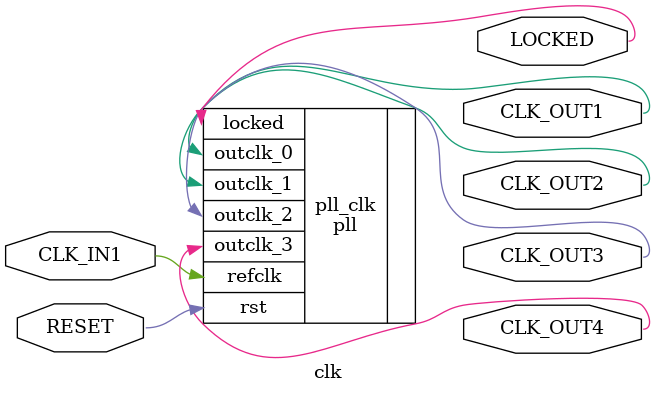
<source format=v>
module clk(
            input CLK_IN1,
            output CLK_OUT1,
            output CLK_OUT2,
            output CLK_OUT3,
            output CLK_OUT4,
            output LOCKED,
            input  RESET
            );

    pll pll_clk(.rst(RESET),
                .refclk(CLK_IN1),
                .outclk_0(CLK_OUT1),
                .outclk_1(CLK_OUT2),
                .outclk_2(CLK_OUT3),
                .outclk_3(CLK_OUT4),
                .locked(LOCKED)
                );
endmodule


</source>
